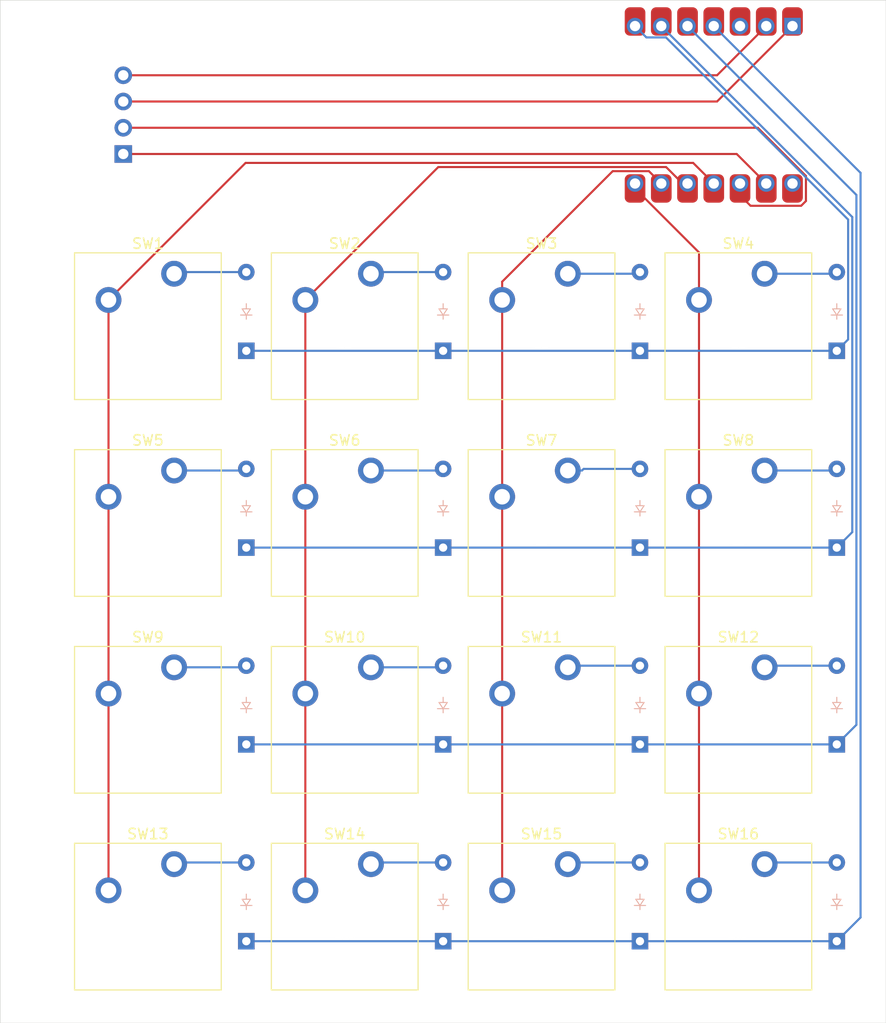
<source format=kicad_pcb>
(kicad_pcb (version 20240108) (generator "pcbnew") (generator_version "8.0")
  (layers (0 "F.Cu" signal) (31 "B.Cu" signal) (34 "B.Paste" user) (35 "F.Paste" user) (36 "B.SilkS" user "B.Silkscreen") (37 "F.SilkS" user "F.Silkscreen") (38 "B.Mask" user) (39 "F.Mask" user) (44 "Edge.Cuts" user))
  (net 0 "")
  (net 1 "row 1")
  (net 2 "Net-(D1-A)")
  (net 3 "Net-(D2-A)")
  (net 4 "Net-(D3-A)")
  (net 5 "Net-(D4-A)")
  (net 6 "row 2")
  (net 7 "Net-(D5-A)")
  (net 8 "Net-(D6-A)")
  (net 9 "Net-(D7-A)")
  (net 10 "Net-(D8-A)")
  (net 11 "Net-(D9-A)")
  (net 12 "row 3")
  (net 13 "Net-(D10-A)")
  (net 14 "Net-(D11-A)")
  (net 15 "Net-(D12-A)")
  (net 16 "row 4")
  (net 17 "Net-(D13-A)")
  (net 18 "Net-(D14-A)")
  (net 19 "Net-(D15-A)")
  (net 20 "Net-(D16-A)")
  (net 21 "SCL")
  (net 22 "SDA")
  (net 23 "col 4")
  (net 24 "col 3")
  (net 25 "col 2")
  (net 26 "col 1")
  (net 29 "gnd")
  (net 30 "vcc")
  (footprint "ScottoKeebs_MX:MX_PCB_1.00u" (layer "F.Cu") (at 152.4 76.2)
    (property "Reference" "SW5" (at 0 -8 0) (layer "F.SilkS"))
    (property "Value" "SW_Push")
    (fp_line (start -7.1 -7.1) (end -7.1 7.1) (stroke (width 0.12)) (layer "F.SilkS"))
    (fp_line (start -7.1 7.1) (end 7.1 7.1) (stroke (width 0.12)) (layer "F.SilkS"))
    (fp_line (start 7.1 -7.1) (end -7.1 -7.1) (stroke (width 0.12)) (layer "F.SilkS"))
    (fp_line (start 7.1 7.1) (end 7.1 -7.1) (stroke (width 0.12)) (layer "F.SilkS"))
    (pad "" np_thru_hole circle (at -5.08 0) (size 1.75 1.75) (drill 1.75) (layers "*.Cu" "*.Mask"))
    (pad "" np_thru_hole circle (at 0 0) (size 4 4) (drill 4) (layers "*.Cu" "*.Mask"))
    (pad "" np_thru_hole circle (at 5.08 0) (size 1.75 1.75) (drill 1.75) (layers "*.Cu" "*.Mask"))
    (pad "1" thru_hole circle (at -3.81 -2.54) (size 2.5 2.5) (drill 1.5) (layers "*.Cu" "*.Mask") (net 26 "col 1"))
    (pad "2" thru_hole circle (at 2.54 -5.08) (size 2.5 2.5) (drill 1.5) (layers "*.Cu" "*.Mask") (net 7 "Net-(D5-A)"))
  )
  (footprint "ScottoKeebs_MCU:Seeed_XIAO_RP2040" (layer "F.Cu") (at 207.16875 35.71875 -90)
    (property "Reference" "U1" (hide yes))
    (property "Value" "MCU_Seeed_XIAO_RP2040")
    (pad "1" smd roundrect (at -8.065 -7.62 270) (size 2.75 2) (layers "F.Cu" "F.Paste" "F.Mask") (net 21 "SCL"))
    (pad "1" thru_hole rect (at -7.62 -7.62) (size 1.6 1.6) (drill 1) (layers "*.Cu" "*.Mask") (net 21 "SCL"))
    (pad "2" smd roundrect (at -8.065 -5.08 270) (size 2.75 2) (layers "F.Cu" "F.Paste" "F.Mask") (net 22 "SDA"))
    (pad "2" thru_hole circle (at -7.62 -5.08) (size 1.6 1.6) (drill 1) (layers "*.Cu" "*.Mask") (net 22 "SDA"))
    (pad "3" smd roundrect (at -8.065 -2.54 270) (size 2.75 2) (layers "F.Cu" "F.Paste" "F.Mask"))
    (pad "3" thru_hole circle (at -7.62 -2.54) (size 1.6 1.6) (drill 1) (layers "*.Cu" "*.Mask"))
    (pad "4" smd roundrect (at -8.065 0 270) (size 2.75 2) (layers "F.Cu" "F.Paste" "F.Mask") (net 16 "row 4"))
    (pad "4" thru_hole circle (at -7.62 0) (size 1.6 1.6) (drill 1) (layers "*.Cu" "*.Mask") (net 16 "row 4"))
    (pad "5" smd roundrect (at -8.065 2.54 270) (size 2.75 2) (layers "F.Cu" "F.Paste" "F.Mask") (net 12 "row 3"))
    (pad "5" thru_hole circle (at -7.62 2.54) (size 1.6 1.6) (drill 1) (layers "*.Cu" "*.Mask") (net 12 "row 3"))
    (pad "6" smd roundrect (at -8.065 5.08 270) (size 2.75 2) (layers "F.Cu" "F.Paste" "F.Mask") (net 6 "row 2"))
    (pad "6" thru_hole circle (at -7.62 5.08) (size 1.6 1.6) (drill 1) (layers "*.Cu" "*.Mask") (net 6 "row 2"))
    (pad "7" smd roundrect (at -8.065 7.62 270) (size 2.75 2) (layers "F.Cu" "F.Paste" "F.Mask") (net 1 "row 1"))
    (pad "7" thru_hole circle (at -7.62 7.62) (size 1.6 1.6) (drill 1) (layers "*.Cu" "*.Mask") (net 1 "row 1"))
    (pad "8" thru_hole circle (at 7.62 7.62) (size 1.6 1.6) (drill 1) (layers "*.Cu" "*.Mask") (net 23 "col 4"))
    (pad "8" smd roundrect (at 8.1 7.62 270) (size 2.75 2) (layers "F.Cu" "F.Paste" "F.Mask") (net 23 "col 4"))
    (pad "9" thru_hole circle (at 7.62 5.08) (size 1.6 1.6) (drill 1) (layers "*.Cu" "*.Mask") (net 24 "col 3"))
    (pad "9" smd roundrect (at 8.1 5.08 270) (size 2.75 2) (layers "F.Cu" "F.Paste" "F.Mask") (net 24 "col 3"))
    (pad "10" thru_hole circle (at 7.62 2.54) (size 1.6 1.6) (drill 1) (layers "*.Cu" "*.Mask") (net 25 "col 2"))
    (pad "10" smd roundrect (at 8.1 2.54 270) (size 2.75 2) (layers "F.Cu" "F.Paste" "F.Mask") (net 25 "col 2"))
    (pad "11" thru_hole circle (at 7.62 0) (size 1.6 1.6) (drill 1) (layers "*.Cu" "*.Mask") (net 26 "col 1"))
    (pad "11" smd roundrect (at 8.1 0 270) (size 2.75 2) (layers "F.Cu" "F.Paste" "F.Mask") (net 26 "col 1"))
    (pad "12" thru_hole circle (at 7.62 -2.54) (size 1.6 1.6) (drill 1) (layers "*.Cu" "*.Mask") (net 30 "vcc"))
    (pad "12" smd roundrect (at 8.1 -2.54 270) (size 2.75 2) (layers "F.Cu" "F.Paste" "F.Mask") (net 30 "vcc"))
    (pad "13" thru_hole circle (at 7.62 -5.08) (size 1.6 1.6) (drill 1) (layers "*.Cu" "*.Mask") (net 29 "gnd"))
    (pad "13" smd roundrect (at 8.1 -5.08 270) (size 2.75 2) (layers "F.Cu" "F.Paste" "F.Mask") (net 29 "gnd"))
    (pad "14" thru_hole circle (at 7.62 -7.62) (size 1.6 1.6) (drill 1) (layers "*.Cu" "*.Mask"))
    (pad "14" smd roundrect (at 8.1 -7.62 270) (size 2.75 2) (layers "F.Cu" "F.Paste" "F.Mask"))
  )
  (footprint "ScottoKeebs_MX:MX_PCB_1.00u" (layer "F.Cu") (at 209.55 95.25)
    (property "Reference" "SW12" (at 0 -8 0) (layer "F.SilkS"))
    (property "Value" "SW_Push")
    (fp_line (start -7.1 -7.1) (end -7.1 7.1) (stroke (width 0.12)) (layer "F.SilkS"))
    (fp_line (start -7.1 7.1) (end 7.1 7.1) (stroke (width 0.12)) (layer "F.SilkS"))
    (fp_line (start 7.1 -7.1) (end -7.1 -7.1) (stroke (width 0.12)) (layer "F.SilkS"))
    (fp_line (start 7.1 7.1) (end 7.1 -7.1) (stroke (width 0.12)) (layer "F.SilkS"))
    (pad "" np_thru_hole circle (at -5.08 0) (size 1.75 1.75) (drill 1.75) (layers "*.Cu" "*.Mask"))
    (pad "" np_thru_hole circle (at 0 0) (size 4 4) (drill 4) (layers "*.Cu" "*.Mask"))
    (pad "" np_thru_hole circle (at 5.08 0) (size 1.75 1.75) (drill 1.75) (layers "*.Cu" "*.Mask"))
    (pad "1" thru_hole circle (at -3.81 -2.54) (size 2.5 2.5) (drill 1.5) (layers "*.Cu" "*.Mask") (net 23 "col 4"))
    (pad "2" thru_hole circle (at 2.54 -5.08) (size 2.5 2.5) (drill 1.5) (layers "*.Cu" "*.Mask") (net 15 "Net-(D12-A)"))
  )
  (footprint "ScottoKeebs_MX:MX_PCB_1.00u" (layer "F.Cu") (at 152.4 95.25)
    (property "Reference" "SW9" (at 0 -8 0) (layer "F.SilkS"))
    (property "Value" "SW_Push")
    (fp_line (start -7.1 -7.1) (end -7.1 7.1) (stroke (width 0.12)) (layer "F.SilkS"))
    (fp_line (start -7.1 7.1) (end 7.1 7.1) (stroke (width 0.12)) (layer "F.SilkS"))
    (fp_line (start 7.1 -7.1) (end -7.1 -7.1) (stroke (width 0.12)) (layer "F.SilkS"))
    (fp_line (start 7.1 7.1) (end 7.1 -7.1) (stroke (width 0.12)) (layer "F.SilkS"))
    (pad "" np_thru_hole circle (at -5.08 0) (size 1.75 1.75) (drill 1.75) (layers "*.Cu" "*.Mask"))
    (pad "" np_thru_hole circle (at 0 0) (size 4 4) (drill 4) (layers "*.Cu" "*.Mask"))
    (pad "" np_thru_hole circle (at 5.08 0) (size 1.75 1.75) (drill 1.75) (layers "*.Cu" "*.Mask"))
    (pad "1" thru_hole circle (at -3.81 -2.54) (size 2.5 2.5) (drill 1.5) (layers "*.Cu" "*.Mask") (net 26 "col 1"))
    (pad "2" thru_hole circle (at 2.54 -5.08) (size 2.5 2.5) (drill 1.5) (layers "*.Cu" "*.Mask") (net 11 "Net-(D9-A)"))
  )
  (footprint "ScottoKeebs_MX:MX_PCB_1.00u" (layer "F.Cu") (at 171.45 95.25)
    (property "Reference" "SW10" (at 0 -8 0) (layer "F.SilkS"))
    (property "Value" "SW_Push")
    (fp_line (start -7.1 -7.1) (end -7.1 7.1) (stroke (width 0.12)) (layer "F.SilkS"))
    (fp_line (start -7.1 7.1) (end 7.1 7.1) (stroke (width 0.12)) (layer "F.SilkS"))
    (fp_line (start 7.1 -7.1) (end -7.1 -7.1) (stroke (width 0.12)) (layer "F.SilkS"))
    (fp_line (start 7.1 7.1) (end 7.1 -7.1) (stroke (width 0.12)) (layer "F.SilkS"))
    (pad "" np_thru_hole circle (at -5.08 0) (size 1.75 1.75) (drill 1.75) (layers "*.Cu" "*.Mask"))
    (pad "" np_thru_hole circle (at 0 0) (size 4 4) (drill 4) (layers "*.Cu" "*.Mask"))
    (pad "" np_thru_hole circle (at 5.08 0) (size 1.75 1.75) (drill 1.75) (layers "*.Cu" "*.Mask"))
    (pad "1" thru_hole circle (at -3.81 -2.54) (size 2.5 2.5) (drill 1.5) (layers "*.Cu" "*.Mask") (net 25 "col 2"))
    (pad "2" thru_hole circle (at 2.54 -5.08) (size 2.5 2.5) (drill 1.5) (layers "*.Cu" "*.Mask") (net 13 "Net-(D10-A)"))
  )
  (footprint "ScottoKeebs_MX:MX_PCB_1.00u" (layer "F.Cu") (at 152.4 57.15)
    (property "Reference" "SW1" (at 0 -8 0) (layer "F.SilkS"))
    (property "Value" "SW_Push")
    (fp_line (start -7.1 -7.1) (end -7.1 7.1) (stroke (width 0.12)) (layer "F.SilkS"))
    (fp_line (start -7.1 7.1) (end 7.1 7.1) (stroke (width 0.12)) (layer "F.SilkS"))
    (fp_line (start 7.1 -7.1) (end -7.1 -7.1) (stroke (width 0.12)) (layer "F.SilkS"))
    (fp_line (start 7.1 7.1) (end 7.1 -7.1) (stroke (width 0.12)) (layer "F.SilkS"))
    (pad "" np_thru_hole circle (at -5.08 0) (size 1.75 1.75) (drill 1.75) (layers "*.Cu" "*.Mask"))
    (pad "" np_thru_hole circle (at 0 0) (size 4 4) (drill 4) (layers "*.Cu" "*.Mask"))
    (pad "" np_thru_hole circle (at 5.08 0) (size 1.75 1.75) (drill 1.75) (layers "*.Cu" "*.Mask"))
    (pad "1" thru_hole circle (at -3.81 -2.54) (size 2.5 2.5) (drill 1.5) (layers "*.Cu" "*.Mask") (net 26 "col 1"))
    (pad "2" thru_hole circle (at 2.54 -5.08) (size 2.5 2.5) (drill 1.5) (layers "*.Cu" "*.Mask") (net 2 "Net-(D1-A)"))
  )
  (footprint "ScottoKeebs_MX:MX_PCB_1.00u" (layer "F.Cu") (at 209.55 57.15)
    (property "Reference" "SW4" (at 0 -8 0) (layer "F.SilkS"))
    (property "Value" "SW_Push")
    (fp_line (start -7.1 -7.1) (end -7.1 7.1) (stroke (width 0.12)) (layer "F.SilkS"))
    (fp_line (start -7.1 7.1) (end 7.1 7.1) (stroke (width 0.12)) (layer "F.SilkS"))
    (fp_line (start 7.1 -7.1) (end -7.1 -7.1) (stroke (width 0.12)) (layer "F.SilkS"))
    (fp_line (start 7.1 7.1) (end 7.1 -7.1) (stroke (width 0.12)) (layer "F.SilkS"))
    (pad "" np_thru_hole circle (at -5.08 0) (size 1.75 1.75) (drill 1.75) (layers "*.Cu" "*.Mask"))
    (pad "" np_thru_hole circle (at 0 0) (size 4 4) (drill 4) (layers "*.Cu" "*.Mask"))
    (pad "" np_thru_hole circle (at 5.08 0) (size 1.75 1.75) (drill 1.75) (layers "*.Cu" "*.Mask"))
    (pad "1" thru_hole circle (at -3.81 -2.54) (size 2.5 2.5) (drill 1.5) (layers "*.Cu" "*.Mask") (net 23 "col 4"))
    (pad "2" thru_hole circle (at 2.54 -5.08) (size 2.5 2.5) (drill 1.5) (layers "*.Cu" "*.Mask") (net 5 "Net-(D4-A)"))
  )
  (footprint "ScottoKeebs_MX:MX_PCB_1.00u" (layer "F.Cu") (at 171.45 76.2)
    (property "Reference" "SW6" (at 0 -8 0) (layer "F.SilkS"))
    (property "Value" "SW_Push")
    (fp_line (start -7.1 -7.1) (end -7.1 7.1) (stroke (width 0.12)) (layer "F.SilkS"))
    (fp_line (start -7.1 7.1) (end 7.1 7.1) (stroke (width 0.12)) (layer "F.SilkS"))
    (fp_line (start 7.1 -7.1) (end -7.1 -7.1) (stroke (width 0.12)) (layer "F.SilkS"))
    (fp_line (start 7.1 7.1) (end 7.1 -7.1) (stroke (width 0.12)) (layer "F.SilkS"))
    (pad "" np_thru_hole circle (at -5.08 0) (size 1.75 1.75) (drill 1.75) (layers "*.Cu" "*.Mask"))
    (pad "" np_thru_hole circle (at 0 0) (size 4 4) (drill 4) (layers "*.Cu" "*.Mask"))
    (pad "" np_thru_hole circle (at 5.08 0) (size 1.75 1.75) (drill 1.75) (layers "*.Cu" "*.Mask"))
    (pad "1" thru_hole circle (at -3.81 -2.54) (size 2.5 2.5) (drill 1.5) (layers "*.Cu" "*.Mask") (net 25 "col 2"))
    (pad "2" thru_hole circle (at 2.54 -5.08) (size 2.5 2.5) (drill 1.5) (layers "*.Cu" "*.Mask") (net 8 "Net-(D6-A)"))
  )
  (footprint "ScottoKeebs_MX:MX_PCB_1.00u" (layer "F.Cu") (at 209.55 114.3)
    (property "Reference" "SW16" (at 0 -8 0) (layer "F.SilkS"))
    (property "Value" "SW_Push")
    (fp_line (start -7.1 -7.1) (end -7.1 7.1) (stroke (width 0.12)) (layer "F.SilkS"))
    (fp_line (start -7.1 7.1) (end 7.1 7.1) (stroke (width 0.12)) (layer "F.SilkS"))
    (fp_line (start 7.1 -7.1) (end -7.1 -7.1) (stroke (width 0.12)) (layer "F.SilkS"))
    (fp_line (start 7.1 7.1) (end 7.1 -7.1) (stroke (width 0.12)) (layer "F.SilkS"))
    (pad "" np_thru_hole circle (at -5.08 0) (size 1.75 1.75) (drill 1.75) (layers "*.Cu" "*.Mask"))
    (pad "" np_thru_hole circle (at 0 0) (size 4 4) (drill 4) (layers "*.Cu" "*.Mask"))
    (pad "" np_thru_hole circle (at 5.08 0) (size 1.75 1.75) (drill 1.75) (layers "*.Cu" "*.Mask"))
    (pad "1" thru_hole circle (at -3.81 -2.54) (size 2.5 2.5) (drill 1.5) (layers "*.Cu" "*.Mask") (net 23 "col 4"))
    (pad "2" thru_hole circle (at 2.54 -5.08) (size 2.5 2.5) (drill 1.5) (layers "*.Cu" "*.Mask") (net 20 "Net-(D16-A)"))
  )
  (footprint "ScottoKeebs_MX:MX_PCB_1.00u" (layer "F.Cu") (at 171.45 57.15)
    (property "Reference" "SW2" (at 0 -8 0) (layer "F.SilkS"))
    (property "Value" "SW_Push")
    (fp_line (start -7.1 -7.1) (end -7.1 7.1) (stroke (width 0.12)) (layer "F.SilkS"))
    (fp_line (start -7.1 7.1) (end 7.1 7.1) (stroke (width 0.12)) (layer "F.SilkS"))
    (fp_line (start 7.1 -7.1) (end -7.1 -7.1) (stroke (width 0.12)) (layer "F.SilkS"))
    (fp_line (start 7.1 7.1) (end 7.1 -7.1) (stroke (width 0.12)) (layer "F.SilkS"))
    (pad "" np_thru_hole circle (at -5.08 0) (size 1.75 1.75) (drill 1.75) (layers "*.Cu" "*.Mask"))
    (pad "" np_thru_hole circle (at 0 0) (size 4 4) (drill 4) (layers "*.Cu" "*.Mask"))
    (pad "" np_thru_hole circle (at 5.08 0) (size 1.75 1.75) (drill 1.75) (layers "*.Cu" "*.Mask"))
    (pad "1" thru_hole circle (at -3.81 -2.54) (size 2.5 2.5) (drill 1.5) (layers "*.Cu" "*.Mask") (net 25 "col 2"))
    (pad "2" thru_hole circle (at 2.54 -5.08) (size 2.5 2.5) (drill 1.5) (layers "*.Cu" "*.Mask") (net 3 "Net-(D2-A)"))
  )
  (footprint "ScottoKeebs_MX:MX_PCB_1.00u" (layer "F.Cu") (at 152.4 114.3)
    (property "Reference" "SW13" (at 0 -8 0) (layer "F.SilkS"))
    (property "Value" "SW_Push")
    (fp_line (start -7.1 -7.1) (end -7.1 7.1) (stroke (width 0.12)) (layer "F.SilkS"))
    (fp_line (start -7.1 7.1) (end 7.1 7.1) (stroke (width 0.12)) (layer "F.SilkS"))
    (fp_line (start 7.1 -7.1) (end -7.1 -7.1) (stroke (width 0.12)) (layer "F.SilkS"))
    (fp_line (start 7.1 7.1) (end 7.1 -7.1) (stroke (width 0.12)) (layer "F.SilkS"))
    (pad "" np_thru_hole circle (at -5.08 0) (size 1.75 1.75) (drill 1.75) (layers "*.Cu" "*.Mask"))
    (pad "" np_thru_hole circle (at 0 0) (size 4 4) (drill 4) (layers "*.Cu" "*.Mask"))
    (pad "" np_thru_hole circle (at 5.08 0) (size 1.75 1.75) (drill 1.75) (layers "*.Cu" "*.Mask"))
    (pad "1" thru_hole circle (at -3.81 -2.54) (size 2.5 2.5) (drill 1.5) (layers "*.Cu" "*.Mask") (net 26 "col 1"))
    (pad "2" thru_hole circle (at 2.54 -5.08) (size 2.5 2.5) (drill 1.5) (layers "*.Cu" "*.Mask") (net 17 "Net-(D13-A)"))
  )
  (footprint "ScottoKeebs_MX:MX_PCB_1.00u" (layer "F.Cu") (at 171.45 114.3)
    (property "Reference" "SW14" (at 0 -8 0) (layer "F.SilkS"))
    (property "Value" "SW_Push")
    (fp_line (start -7.1 -7.1) (end -7.1 7.1) (stroke (width 0.12)) (layer "F.SilkS"))
    (fp_line (start -7.1 7.1) (end 7.1 7.1) (stroke (width 0.12)) (layer "F.SilkS"))
    (fp_line (start 7.1 -7.1) (end -7.1 -7.1) (stroke (width 0.12)) (layer "F.SilkS"))
    (fp_line (start 7.1 7.1) (end 7.1 -7.1) (stroke (width 0.12)) (layer "F.SilkS"))
    (pad "" np_thru_hole circle (at -5.08 0) (size 1.75 1.75) (drill 1.75) (layers "*.Cu" "*.Mask"))
    (pad "" np_thru_hole circle (at 0 0) (size 4 4) (drill 4) (layers "*.Cu" "*.Mask"))
    (pad "" np_thru_hole circle (at 5.08 0) (size 1.75 1.75) (drill 1.75) (layers "*.Cu" "*.Mask"))
    (pad "1" thru_hole circle (at -3.81 -2.54) (size 2.5 2.5) (drill 1.5) (layers "*.Cu" "*.Mask") (net 25 "col 2"))
    (pad "2" thru_hole circle (at 2.54 -5.08) (size 2.5 2.5) (drill 1.5) (layers "*.Cu" "*.Mask") (net 18 "Net-(D14-A)"))
  )
  (footprint "ScottoKeebs_Components:OLED_128x32" (layer "F.Cu") (at 148.41875 30.68125)
    (property "Reference" "J1" (hide yes))
    (property "Value" "OLED_128x32")
    (pad "1" thru_hole rect (at 1.6 9.8 180) (size 1.7 1.7) (drill 1) (layers "*.Cu" "*.Mask") (net 29 "gnd"))
    (pad "2" thru_hole oval (at 1.6 7.26 180) (size 1.7 1.7) (drill 1) (layers "*.Cu" "*.Mask") (net 30 "vcc"))
    (pad "3" thru_hole oval (at 1.6 4.72 180) (size 1.7 1.7) (drill 1) (layers "*.Cu" "*.Mask") (net 21 "SCL"))
    (pad "4" thru_hole oval (at 1.6 2.18 180) (size 1.7 1.7) (drill 1) (layers "*.Cu" "*.Mask") (net 22 "SDA"))
  )
  (footprint "ScottoKeebs_MX:MX_PCB_1.00u" (layer "F.Cu") (at 190.5 114.3)
    (property "Reference" "SW15" (at 0 -8 0) (layer "F.SilkS"))
    (property "Value" "SW_Push")
    (fp_line (start -7.1 -7.1) (end -7.1 7.1) (stroke (width 0.12)) (layer "F.SilkS"))
    (fp_line (start -7.1 7.1) (end 7.1 7.1) (stroke (width 0.12)) (layer "F.SilkS"))
    (fp_line (start 7.1 -7.1) (end -7.1 -7.1) (stroke (width 0.12)) (layer "F.SilkS"))
    (fp_line (start 7.1 7.1) (end 7.1 -7.1) (stroke (width 0.12)) (layer "F.SilkS"))
    (pad "" np_thru_hole circle (at -5.08 0) (size 1.75 1.75) (drill 1.75) (layers "*.Cu" "*.Mask"))
    (pad "" np_thru_hole circle (at 0 0) (size 4 4) (drill 4) (layers "*.Cu" "*.Mask"))
    (pad "" np_thru_hole circle (at 5.08 0) (size 1.75 1.75) (drill 1.75) (layers "*.Cu" "*.Mask"))
    (pad "1" thru_hole circle (at -3.81 -2.54) (size 2.5 2.5) (drill 1.5) (layers "*.Cu" "*.Mask") (net 24 "col 3"))
    (pad "2" thru_hole circle (at 2.54 -5.08) (size 2.5 2.5) (drill 1.5) (layers "*.Cu" "*.Mask") (net 19 "Net-(D15-A)"))
  )
  (footprint "ScottoKeebs_MX:MX_PCB_1.00u" (layer "F.Cu") (at 190.5 76.2)
    (property "Reference" "SW7" (at 0 -8 0) (layer "F.SilkS"))
    (property "Value" "SW_Push")
    (fp_line (start -7.1 -7.1) (end -7.1 7.1) (stroke (width 0.12)) (layer "F.SilkS"))
    (fp_line (start -7.1 7.1) (end 7.1 7.1) (stroke (width 0.12)) (layer "F.SilkS"))
    (fp_line (start 7.1 -7.1) (end -7.1 -7.1) (stroke (width 0.12)) (layer "F.SilkS"))
    (fp_line (start 7.1 7.1) (end 7.1 -7.1) (stroke (width 0.12)) (layer "F.SilkS"))
    (pad "" np_thru_hole circle (at -5.08 0) (size 1.75 1.75) (drill 1.75) (layers "*.Cu" "*.Mask"))
    (pad "" np_thru_hole circle (at 0 0) (size 4 4) (drill 4) (layers "*.Cu" "*.Mask"))
    (pad "" np_thru_hole circle (at 5.08 0) (size 1.75 1.75) (drill 1.75) (layers "*.Cu" "*.Mask"))
    (pad "1" thru_hole circle (at -3.81 -2.54) (size 2.5 2.5) (drill 1.5) (layers "*.Cu" "*.Mask") (net 24 "col 3"))
    (pad "2" thru_hole circle (at 2.54 -5.08) (size 2.5 2.5) (drill 1.5) (layers "*.Cu" "*.Mask") (net 9 "Net-(D7-A)"))
  )
  (footprint "ScottoKeebs_MX:MX_PCB_1.00u" (layer "F.Cu") (at 209.55 76.2)
    (property "Reference" "SW8" (at 0 -8 0) (layer "F.SilkS"))
    (property "Value" "SW_Push")
    (fp_line (start -7.1 -7.1) (end -7.1 7.1) (stroke (width 0.12)) (layer "F.SilkS"))
    (fp_line (start -7.1 7.1) (end 7.1 7.1) (stroke (width 0.12)) (layer "F.SilkS"))
    (fp_line (start 7.1 -7.1) (end -7.1 -7.1) (stroke (width 0.12)) (layer "F.SilkS"))
    (fp_line (start 7.1 7.1) (end 7.1 -7.1) (stroke (width 0.12)) (layer "F.SilkS"))
    (pad "" np_thru_hole circle (at -5.08 0) (size 1.75 1.75) (drill 1.75) (layers "*.Cu" "*.Mask"))
    (pad "" np_thru_hole circle (at 0 0) (size 4 4) (drill 4) (layers "*.Cu" "*.Mask"))
    (pad "" np_thru_hole circle (at 5.08 0) (size 1.75 1.75) (drill 1.75) (layers "*.Cu" "*.Mask"))
    (pad "1" thru_hole circle (at -3.81 -2.54) (size 2.5 2.5) (drill 1.5) (layers "*.Cu" "*.Mask") (net 23 "col 4"))
    (pad "2" thru_hole circle (at 2.54 -5.08) (size 2.5 2.5) (drill 1.5) (layers "*.Cu" "*.Mask") (net 10 "Net-(D8-A)"))
  )
  (footprint "ScottoKeebs_MX:MX_PCB_1.00u" (layer "F.Cu") (at 190.5 57.15)
    (property "Reference" "SW3" (at 0 -8 0) (layer "F.SilkS"))
    (property "Value" "SW_Push")
    (fp_line (start -7.1 -7.1) (end -7.1 7.1) (stroke (width 0.12)) (layer "F.SilkS"))
    (fp_line (start -7.1 7.1) (end 7.1 7.1) (stroke (width 0.12)) (layer "F.SilkS"))
    (fp_line (start 7.1 -7.1) (end -7.1 -7.1) (stroke (width 0.12)) (layer "F.SilkS"))
    (fp_line (start 7.1 7.1) (end 7.1 -7.1) (stroke (width 0.12)) (layer "F.SilkS"))
    (pad "" np_thru_hole circle (at -5.08 0) (size 1.75 1.75) (drill 1.75) (layers "*.Cu" "*.Mask"))
    (pad "" np_thru_hole circle (at 0 0) (size 4 4) (drill 4) (layers "*.Cu" "*.Mask"))
    (pad "" np_thru_hole circle (at 5.08 0) (size 1.75 1.75) (drill 1.75) (layers "*.Cu" "*.Mask"))
    (pad "1" thru_hole circle (at -3.81 -2.54) (size 2.5 2.5) (drill 1.5) (layers "*.Cu" "*.Mask") (net 24 "col 3"))
    (pad "2" thru_hole circle (at 2.54 -5.08) (size 2.5 2.5) (drill 1.5) (layers "*.Cu" "*.Mask") (net 4 "Net-(D3-A)"))
  )
  (footprint "ScottoKeebs_MX:MX_PCB_1.00u" (layer "F.Cu") (at 190.5 95.25)
    (property "Reference" "SW11" (at 0 -8 0) (layer "F.SilkS"))
    (property "Value" "SW_Push")
    (fp_line (start -7.1 -7.1) (end -7.1 7.1) (stroke (width 0.12)) (layer "F.SilkS"))
    (fp_line (start -7.1 7.1) (end 7.1 7.1) (stroke (width 0.12)) (layer "F.SilkS"))
    (fp_line (start 7.1 -7.1) (end -7.1 -7.1) (stroke (width 0.12)) (layer "F.SilkS"))
    (fp_line (start 7.1 7.1) (end 7.1 -7.1) (stroke (width 0.12)) (layer "F.SilkS"))
    (pad "" np_thru_hole circle (at -5.08 0) (size 1.75 1.75) (drill 1.75) (layers "*.Cu" "*.Mask"))
    (pad "" np_thru_hole circle (at 0 0) (size 4 4) (drill 4) (layers "*.Cu" "*.Mask"))
    (pad "" np_thru_hole circle (at 5.08 0) (size 1.75 1.75) (drill 1.75) (layers "*.Cu" "*.Mask"))
    (pad "1" thru_hole circle (at -3.81 -2.54) (size 2.5 2.5) (drill 1.5) (layers "*.Cu" "*.Mask") (net 24 "col 3"))
    (pad "2" thru_hole circle (at 2.54 -5.08) (size 2.5 2.5) (drill 1.5) (layers "*.Cu" "*.Mask") (net 14 "Net-(D11-A)"))
  )
  (footprint "ScottoKeebs_Components:Diode_DO-35" (layer "B.Cu") (at 219.075 78.58125 90)
    (property "Reference" "D8" (hide yes))
    (property "Value" "1N4148" (hide yes))
    (fp_line (start 3.46 -0.55) (end 3.46 0.55) (stroke (width 0.1)) (layer "B.SilkS"))
    (fp_line (start 4.06 -0.4) (end 4.06 0.4) (stroke (width 0.1)) (layer "B.SilkS"))
    (fp_line (start 4.56 0) (end 4.06 0) (stroke (width 0.1)) (layer "B.SilkS"))
    (fp_line (start 3.46 0) (end 4.06 -0.4) (stroke (width 0.1)) (layer "B.SilkS"))
    (fp_line (start 3.46 0) (end 3.06 0) (stroke (width 0.1)) (layer "B.SilkS"))
    (fp_line (start 4.06 0.4) (end 3.46 0) (stroke (width 0.1)) (layer "B.SilkS"))
    (pad "1" thru_hole rect (at 0 0 90) (size 1.6 1.6) (drill 0.8) (layers "*.Cu" "*.Mask") (net 6 "row 2"))
    (pad "2" thru_hole oval (at 7.62 0 90) (size 1.6 1.6) (drill 0.8) (layers "*.Cu" "*.Mask") (net 10 "Net-(D8-A)"))
  )
  (footprint "ScottoKeebs_Components:Diode_DO-35" (layer "B.Cu") (at 161.925 97.63125 90)
    (property "Reference" "D9" (hide yes))
    (property "Value" "1N4148" (hide yes))
    (fp_line (start 3.46 -0.55) (end 3.46 0.55) (stroke (width 0.1)) (layer "B.SilkS"))
    (fp_line (start 4.06 -0.4) (end 4.06 0.4) (stroke (width 0.1)) (layer "B.SilkS"))
    (fp_line (start 4.56 0) (end 4.06 0) (stroke (width 0.1)) (layer "B.SilkS"))
    (fp_line (start 3.46 0) (end 4.06 -0.4) (stroke (width 0.1)) (layer "B.SilkS"))
    (fp_line (start 3.46 0) (end 3.06 0) (stroke (width 0.1)) (layer "B.SilkS"))
    (fp_line (start 4.06 0.4) (end 3.46 0) (stroke (width 0.1)) (layer "B.SilkS"))
    (pad "1" thru_hole rect (at 0 0 90) (size 1.6 1.6) (drill 0.8) (layers "*.Cu" "*.Mask") (net 12 "row 3"))
    (pad "2" thru_hole oval (at 7.62 0 90) (size 1.6 1.6) (drill 0.8) (layers "*.Cu" "*.Mask") (net 11 "Net-(D9-A)"))
  )
  (footprint "ScottoKeebs_Components:Diode_DO-35" (layer "B.Cu") (at 200.025 59.53125 90)
    (property "Reference" "D3" (hide yes))
    (property "Value" "1N4148" (hide yes))
    (fp_line (start 3.46 -0.55) (end 3.46 0.55) (stroke (width 0.1)) (layer "B.SilkS"))
    (fp_line (start 4.06 -0.4) (end 4.06 0.4) (stroke (width 0.1)) (layer "B.SilkS"))
    (fp_line (start 4.56 0) (end 4.06 0) (stroke (width 0.1)) (layer "B.SilkS"))
    (fp_line (start 3.46 0) (end 4.06 -0.4) (stroke (width 0.1)) (layer "B.SilkS"))
    (fp_line (start 3.46 0) (end 3.06 0) (stroke (width 0.1)) (layer "B.SilkS"))
    (fp_line (start 4.06 0.4) (end 3.46 0) (stroke (width 0.1)) (layer "B.SilkS"))
    (pad "1" thru_hole rect (at 0 0 90) (size 1.6 1.6) (drill 0.8) (layers "*.Cu" "*.Mask") (net 1 "row 1"))
    (pad "2" thru_hole oval (at 7.62 0 90) (size 1.6 1.6) (drill 0.8) (layers "*.Cu" "*.Mask") (net 4 "Net-(D3-A)"))
  )
  (footprint "ScottoKeebs_Components:Diode_DO-35" (layer "B.Cu") (at 161.925 59.53125 90)
    (property "Reference" "D1" (hide yes))
    (property "Value" "1N4148" (hide yes))
    (fp_line (start 3.46 -0.55) (end 3.46 0.55) (stroke (width 0.1)) (layer "B.SilkS"))
    (fp_line (start 4.06 -0.4) (end 4.06 0.4) (stroke (width 0.1)) (layer "B.SilkS"))
    (fp_line (start 4.56 0) (end 4.06 0) (stroke (width 0.1)) (layer "B.SilkS"))
    (fp_line (start 3.46 0) (end 4.06 -0.4) (stroke (width 0.1)) (layer "B.SilkS"))
    (fp_line (start 3.46 0) (end 3.06 0) (stroke (width 0.1)) (layer "B.SilkS"))
    (fp_line (start 4.06 0.4) (end 3.46 0) (stroke (width 0.1)) (layer "B.SilkS"))
    (pad "1" thru_hole rect (at 0 0 90) (size 1.6 1.6) (drill 0.8) (layers "*.Cu" "*.Mask") (net 1 "row 1"))
    (pad "2" thru_hole oval (at 7.62 0 90) (size 1.6 1.6) (drill 0.8) (layers "*.Cu" "*.Mask") (net 2 "Net-(D1-A)"))
  )
  (footprint "ScottoKeebs_Components:Diode_DO-35" (layer "B.Cu") (at 200.025 97.63125 90)
    (property "Reference" "D11" (hide yes))
    (property "Value" "1N4148" (hide yes))
    (fp_line (start 3.46 -0.55) (end 3.46 0.55) (stroke (width 0.1)) (layer "B.SilkS"))
    (fp_line (start 4.06 -0.4) (end 4.06 0.4) (stroke (width 0.1)) (layer "B.SilkS"))
    (fp_line (start 4.56 0) (end 4.06 0) (stroke (width 0.1)) (layer "B.SilkS"))
    (fp_line (start 3.46 0) (end 4.06 -0.4) (stroke (width 0.1)) (layer "B.SilkS"))
    (fp_line (start 3.46 0) (end 3.06 0) (stroke (width 0.1)) (layer "B.SilkS"))
    (fp_line (start 4.06 0.4) (end 3.46 0) (stroke (width 0.1)) (layer "B.SilkS"))
    (pad "1" thru_hole rect (at 0 0 90) (size 1.6 1.6) (drill 0.8) (layers "*.Cu" "*.Mask") (net 12 "row 3"))
    (pad "2" thru_hole oval (at 7.62 0 90) (size 1.6 1.6) (drill 0.8) (layers "*.Cu" "*.Mask") (net 14 "Net-(D11-A)"))
  )
  (footprint "ScottoKeebs_Components:Diode_DO-35" (layer "B.Cu") (at 180.975 78.58125 90)
    (property "Reference" "D6" (hide yes))
    (property "Value" "1N4148" (hide yes))
    (fp_line (start 3.46 -0.55) (end 3.46 0.55) (stroke (width 0.1)) (layer "B.SilkS"))
    (fp_line (start 4.06 -0.4) (end 4.06 0.4) (stroke (width 0.1)) (layer "B.SilkS"))
    (fp_line (start 4.56 0) (end 4.06 0) (stroke (width 0.1)) (layer "B.SilkS"))
    (fp_line (start 3.46 0) (end 4.06 -0.4) (stroke (width 0.1)) (layer "B.SilkS"))
    (fp_line (start 3.46 0) (end 3.06 0) (stroke (width 0.1)) (layer "B.SilkS"))
    (fp_line (start 4.06 0.4) (end 3.46 0) (stroke (width 0.1)) (layer "B.SilkS"))
    (pad "1" thru_hole rect (at 0 0 90) (size 1.6 1.6) (drill 0.8) (layers "*.Cu" "*.Mask") (net 6 "row 2"))
    (pad "2" thru_hole oval (at 7.62 0 90) (size 1.6 1.6) (drill 0.8) (layers "*.Cu" "*.Mask") (net 8 "Net-(D6-A)"))
  )
  (footprint "ScottoKeebs_Components:Diode_DO-35" (layer "B.Cu") (at 161.925 116.68125 90)
    (property "Reference" "D13" (hide yes))
    (property "Value" "1N4148" (hide yes))
    (fp_line (start 3.46 -0.55) (end 3.46 0.55) (stroke (width 0.1)) (layer "B.SilkS"))
    (fp_line (start 4.06 -0.4) (end 4.06 0.4) (stroke (width 0.1)) (layer "B.SilkS"))
    (fp_line (start 4.56 0) (end 4.06 0) (stroke (width 0.1)) (layer "B.SilkS"))
    (fp_line (start 3.46 0) (end 4.06 -0.4) (stroke (width 0.1)) (layer "B.SilkS"))
    (fp_line (start 3.46 0) (end 3.06 0) (stroke (width 0.1)) (layer "B.SilkS"))
    (fp_line (start 4.06 0.4) (end 3.46 0) (stroke (width 0.1)) (layer "B.SilkS"))
    (pad "1" thru_hole rect (at 0 0 90) (size 1.6 1.6) (drill 0.8) (layers "*.Cu" "*.Mask") (net 16 "row 4"))
    (pad "2" thru_hole oval (at 7.62 0 90) (size 1.6 1.6) (drill 0.8) (layers "*.Cu" "*.Mask") (net 17 "Net-(D13-A)"))
  )
  (footprint "ScottoKeebs_Components:Diode_DO-35" (layer "B.Cu") (at 200.025 116.68125 90)
    (property "Reference" "D15" (hide yes))
    (property "Value" "1N4148" (hide yes))
    (fp_line (start 3.46 -0.55) (end 3.46 0.55) (stroke (width 0.1)) (layer "B.SilkS"))
    (fp_line (start 4.06 -0.4) (end 4.06 0.4) (stroke (width 0.1)) (layer "B.SilkS"))
    (fp_line (start 4.56 0) (end 4.06 0) (stroke (width 0.1)) (layer "B.SilkS"))
    (fp_line (start 3.46 0) (end 4.06 -0.4) (stroke (width 0.1)) (layer "B.SilkS"))
    (fp_line (start 3.46 0) (end 3.06 0) (stroke (width 0.1)) (layer "B.SilkS"))
    (fp_line (start 4.06 0.4) (end 3.46 0) (stroke (width 0.1)) (layer "B.SilkS"))
    (pad "1" thru_hole rect (at 0 0 90) (size 1.6 1.6) (drill 0.8) (layers "*.Cu" "*.Mask") (net 16 "row 4"))
    (pad "2" thru_hole oval (at 7.62 0 90) (size 1.6 1.6) (drill 0.8) (layers "*.Cu" "*.Mask") (net 19 "Net-(D15-A)"))
  )
  (footprint "ScottoKeebs_Components:Diode_DO-35" (layer "B.Cu") (at 161.925 78.58125 90)
    (property "Reference" "D5" (hide yes))
    (property "Value" "1N4148" (hide yes))
    (fp_line (start 3.46 -0.55) (end 3.46 0.55) (stroke (width 0.1)) (layer "B.SilkS"))
    (fp_line (start 4.06 -0.4) (end 4.06 0.4) (stroke (width 0.1)) (layer "B.SilkS"))
    (fp_line (start 4.56 0) (end 4.06 0) (stroke (width 0.1)) (layer "B.SilkS"))
    (fp_line (start 3.46 0) (end 4.06 -0.4) (stroke (width 0.1)) (layer "B.SilkS"))
    (fp_line (start 3.46 0) (end 3.06 0) (stroke (width 0.1)) (layer "B.SilkS"))
    (fp_line (start 4.06 0.4) (end 3.46 0) (stroke (width 0.1)) (layer "B.SilkS"))
    (pad "1" thru_hole rect (at 0 0 90) (size 1.6 1.6) (drill 0.8) (layers "*.Cu" "*.Mask") (net 6 "row 2"))
    (pad "2" thru_hole oval (at 7.62 0 90) (size 1.6 1.6) (drill 0.8) (layers "*.Cu" "*.Mask") (net 7 "Net-(D5-A)"))
  )
  (footprint "ScottoKeebs_Components:Diode_DO-35" (layer "B.Cu") (at 200.025 78.58125 90)
    (property "Reference" "D7" (hide yes))
    (property "Value" "1N4148" (hide yes))
    (fp_line (start 3.46 -0.55) (end 3.46 0.55) (stroke (width 0.1)) (layer "B.SilkS"))
    (fp_line (start 4.06 -0.4) (end 4.06 0.4) (stroke (width 0.1)) (layer "B.SilkS"))
    (fp_line (start 4.56 0) (end 4.06 0) (stroke (width 0.1)) (layer "B.SilkS"))
    (fp_line (start 3.46 0) (end 4.06 -0.4) (stroke (width 0.1)) (layer "B.SilkS"))
    (fp_line (start 3.46 0) (end 3.06 0) (stroke (width 0.1)) (layer "B.SilkS"))
    (fp_line (start 4.06 0.4) (end 3.46 0) (stroke (width 0.1)) (layer "B.SilkS"))
    (pad "1" thru_hole rect (at 0 0 90) (size 1.6 1.6) (drill 0.8) (layers "*.Cu" "*.Mask") (net 6 "row 2"))
    (pad "2" thru_hole oval (at 7.62 0 90) (size 1.6 1.6) (drill 0.8) (layers "*.Cu" "*.Mask") (net 9 "Net-(D7-A)"))
  )
  (footprint "ScottoKeebs_Components:Diode_DO-35" (layer "B.Cu") (at 180.975 97.63125 90)
    (property "Reference" "D10" (hide yes))
    (property "Value" "1N4148" (hide yes))
    (fp_line (start 3.46 -0.55) (end 3.46 0.55) (stroke (width 0.1)) (layer "B.SilkS"))
    (fp_line (start 4.06 -0.4) (end 4.06 0.4) (stroke (width 0.1)) (layer "B.SilkS"))
    (fp_line (start 4.56 0) (end 4.06 0) (stroke (width 0.1)) (layer "B.SilkS"))
    (fp_line (start 3.46 0) (end 4.06 -0.4) (stroke (width 0.1)) (layer "B.SilkS"))
    (fp_line (start 3.46 0) (end 3.06 0) (stroke (width 0.1)) (layer "B.SilkS"))
    (fp_line (start 4.06 0.4) (end 3.46 0) (stroke (width 0.1)) (layer "B.SilkS"))
    (pad "1" thru_hole rect (at 0 0 90) (size 1.6 1.6) (drill 0.8) (layers "*.Cu" "*.Mask") (net 12 "row 3"))
    (pad "2" thru_hole oval (at 7.62 0 90) (size 1.6 1.6) (drill 0.8) (layers "*.Cu" "*.Mask") (net 13 "Net-(D10-A)"))
  )
  (footprint "ScottoKeebs_Components:Diode_DO-35" (layer "B.Cu") (at 219.075 116.68125 90)
    (property "Reference" "D16" (hide yes))
    (property "Value" "1N4148" (hide yes))
    (fp_line (start 3.46 -0.55) (end 3.46 0.55) (stroke (width 0.1)) (layer "B.SilkS"))
    (fp_line (start 4.06 -0.4) (end 4.06 0.4) (stroke (width 0.1)) (layer "B.SilkS"))
    (fp_line (start 4.56 0) (end 4.06 0) (stroke (width 0.1)) (layer "B.SilkS"))
    (fp_line (start 3.46 0) (end 4.06 -0.4) (stroke (width 0.1)) (layer "B.SilkS"))
    (fp_line (start 3.46 0) (end 3.06 0) (stroke (width 0.1)) (layer "B.SilkS"))
    (fp_line (start 4.06 0.4) (end 3.46 0) (stroke (width 0.1)) (layer "B.SilkS"))
    (pad "1" thru_hole rect (at 0 0 90) (size 1.6 1.6) (drill 0.8) (layers "*.Cu" "*.Mask") (net 16 "row 4"))
    (pad "2" thru_hole oval (at 7.62 0 90) (size 1.6 1.6) (drill 0.8) (layers "*.Cu" "*.Mask") (net 20 "Net-(D16-A)"))
  )
  (footprint "ScottoKeebs_Components:Diode_DO-35" (layer "B.Cu") (at 219.075 59.53125 90)
    (property "Reference" "D4" (hide yes))
    (property "Value" "1N4148" (hide yes))
    (fp_line (start 3.46 -0.55) (end 3.46 0.55) (stroke (width 0.1)) (layer "B.SilkS"))
    (fp_line (start 4.06 -0.4) (end 4.06 0.4) (stroke (width 0.1)) (layer "B.SilkS"))
    (fp_line (start 4.56 0) (end 4.06 0) (stroke (width 0.1)) (layer "B.SilkS"))
    (fp_line (start 3.46 0) (end 4.06 -0.4) (stroke (width 0.1)) (layer "B.SilkS"))
    (fp_line (start 3.46 0) (end 3.06 0) (stroke (width 0.1)) (layer "B.SilkS"))
    (fp_line (start 4.06 0.4) (end 3.46 0) (stroke (width 0.1)) (layer "B.SilkS"))
    (pad "1" thru_hole rect (at 0 0 90) (size 1.6 1.6) (drill 0.8) (layers "*.Cu" "*.Mask") (net 1 "row 1"))
    (pad "2" thru_hole oval (at 7.62 0 90) (size 1.6 1.6) (drill 0.8) (layers "*.Cu" "*.Mask") (net 5 "Net-(D4-A)"))
  )
  (footprint "ScottoKeebs_Components:Diode_DO-35" (layer "B.Cu") (at 219.075 97.63125 90)
    (property "Reference" "D12" (hide yes))
    (property "Value" "1N4148" (hide yes))
    (fp_line (start 3.46 -0.55) (end 3.46 0.55) (stroke (width 0.1)) (layer "B.SilkS"))
    (fp_line (start 4.06 -0.4) (end 4.06 0.4) (stroke (width 0.1)) (layer "B.SilkS"))
    (fp_line (start 4.56 0) (end 4.06 0) (stroke (width 0.1)) (layer "B.SilkS"))
    (fp_line (start 3.46 0) (end 4.06 -0.4) (stroke (width 0.1)) (layer "B.SilkS"))
    (fp_line (start 3.46 0) (end 3.06 0) (stroke (width 0.1)) (layer "B.SilkS"))
    (fp_line (start 4.06 0.4) (end 3.46 0) (stroke (width 0.1)) (layer "B.SilkS"))
    (pad "1" thru_hole rect (at 0 0 90) (size 1.6 1.6) (drill 0.8) (layers "*.Cu" "*.Mask") (net 12 "row 3"))
    (pad "2" thru_hole oval (at 7.62 0 90) (size 1.6 1.6) (drill 0.8) (layers "*.Cu" "*.Mask") (net 15 "Net-(D12-A)"))
  )
  (footprint "ScottoKeebs_Components:Diode_DO-35" (layer "B.Cu") (at 180.975 59.53125 90)
    (property "Reference" "D2" (hide yes))
    (property "Value" "1N4148" (hide yes))
    (fp_line (start 3.46 -0.55) (end 3.46 0.55) (stroke (width 0.1)) (layer "B.SilkS"))
    (fp_line (start 4.06 -0.4) (end 4.06 0.4) (stroke (width 0.1)) (layer "B.SilkS"))
    (fp_line (start 4.56 0) (end 4.06 0) (stroke (width 0.1)) (layer "B.SilkS"))
    (fp_line (start 3.46 0) (end 4.06 -0.4) (stroke (width 0.1)) (layer "B.SilkS"))
    (fp_line (start 3.46 0) (end 3.06 0) (stroke (width 0.1)) (layer "B.SilkS"))
    (fp_line (start 4.06 0.4) (end 3.46 0) (stroke (width 0.1)) (layer "B.SilkS"))
    (pad "1" thru_hole rect (at 0 0 90) (size 1.6 1.6) (drill 0.8) (layers "*.Cu" "*.Mask") (net 1 "row 1"))
    (pad "2" thru_hole oval (at 7.62 0 90) (size 1.6 1.6) (drill 0.8) (layers "*.Cu" "*.Mask") (net 3 "Net-(D2-A)"))
  )
  (footprint "ScottoKeebs_Components:Diode_DO-35" (layer "B.Cu") (at 180.975 116.68125 90)
    (property "Reference" "D14" (hide yes))
    (property "Value" "1N4148" (hide yes))
    (fp_line (start 3.46 -0.55) (end 3.46 0.55) (stroke (width 0.1)) (layer "B.SilkS"))
    (fp_line (start 4.06 -0.4) (end 4.06 0.4) (stroke (width 0.1)) (layer "B.SilkS"))
    (fp_line (start 4.56 0) (end 4.06 0) (stroke (width 0.1)) (layer "B.SilkS"))
    (fp_line (start 3.46 0) (end 4.06 -0.4) (stroke (width 0.1)) (layer "B.SilkS"))
    (fp_line (start 3.46 0) (end 3.06 0) (stroke (width 0.1)) (layer "B.SilkS"))
    (fp_line (start 4.06 0.4) (end 3.46 0) (stroke (width 0.1)) (layer "B.SilkS"))
    (pad "1" thru_hole rect (at 0 0 90) (size 1.6 1.6) (drill 0.8) (layers "*.Cu" "*.Mask") (net 16 "row 4"))
    (pad "2" thru_hole oval (at 7.62 0 90) (size 1.6 1.6) (drill 0.8) (layers "*.Cu" "*.Mask") (net 18 "Net-(D14-A)"))
  )
  (gr_rect (start 138.1125 25.6) (end 223.8375 124.6) (stroke (width 0.05)) (fill none) (layer "Edge.Cuts"))
  (segment (start 220.175 46.829365) (end 202.544385 29.19875) (width 0.2) (layer "B.Cu") (net 1))
  (segment (start 219.075 59.53125) (end 220.175 58.43125) (width 0.2) (layer "B.Cu") (net 1))
  (segment (start 202.544385 29.19875) (end 200.64875 29.19875) (width 0.2) (layer "B.Cu") (net 1))
  (segment (start 219.075 59.53125) (end 200.025 59.53125) (width 0.2) (layer "B.Cu") (net 1))
  (segment (start 200.025 59.53125) (end 180.975 59.53125) (width 0.2) (layer "B.Cu") (net 1))
  (segment (start 220.175 58.43125) (end 220.175 46.829365) (width 0.2) (layer "B.Cu") (net 1))
  (segment (start 180.975 59.53125) (end 161.925 59.53125) (width 0.2) (layer "B.Cu") (net 1))
  (segment (start 200.64875 29.19875) (end 199.54875 28.09875) (width 0.2) (layer "B.Cu") (net 1))
  (segment (start 161.925 51.91125) (end 155.09875 51.91125) (width 0.2) (layer "B.Cu") (net 2))
  (segment (start 155.09875 51.91125) (end 154.94 52.07) (width 0.2) (layer "B.Cu") (net 2))
  (segment (start 174.14875 51.91125) (end 173.99 52.07) (width 0.2) (layer "B.Cu") (net 3))
  (segment (start 180.975 51.91125) (end 174.14875 51.91125) (width 0.2) (layer "B.Cu") (net 3))
  (segment (start 193.04 52.07) (end 199.86625 52.07) (width 0.2) (layer "B.Cu") (net 4))
  (segment (start 199.86625 52.07) (end 200.025 51.91125) (width 0.2) (layer "B.Cu") (net 4))
  (segment (start 212.09 52.07) (end 218.91625 52.07) (width 0.2) (layer "B.Cu") (net 5))
  (segment (start 218.91625 52.07) (end 219.075 51.91125) (width 0.2) (layer "B.Cu") (net 5))
  (segment (start 180.975 78.58125) (end 200.025 78.58125) (width 0.2) (layer "B.Cu") (net 6))
  (segment (start 219.075 78.58125) (end 220.575 77.08125) (width 0.2) (layer "B.Cu") (net 6))
  (segment (start 200.025 78.58125) (end 219.075 78.58125) (width 0.2) (layer "B.Cu") (net 6))
  (segment (start 220.575 77.08125) (end 220.575 46.585) (width 0.2) (layer "B.Cu") (net 6))
  (segment (start 220.575 46.585) (end 202.08875 28.09875) (width 0.2) (layer "B.Cu") (net 6))
  (segment (start 161.925 78.58125) (end 180.975 78.58125) (width 0.2) (layer "B.Cu") (net 6))
  (segment (start 161.76625 71.12) (end 161.925 70.96125) (width 0.2) (layer "B.Cu") (net 7))
  (segment (start 154.94 71.12) (end 161.76625 71.12) (width 0.2) (layer "B.Cu") (net 7))
  (segment (start 180.81625 71.12) (end 180.975 70.96125) (width 0.2) (layer "B.Cu") (net 8))
  (segment (start 173.99 71.12) (end 180.81625 71.12) (width 0.2) (layer "B.Cu") (net 8))
  (segment (start 194.416428 71.12) (end 194.575178 70.96125) (width 0.2) (layer "B.Cu") (net 9))
  (segment (start 194.575178 70.96125) (end 200.025 70.96125) (width 0.2) (layer "B.Cu") (net 9))
  (segment (start 193.04 71.12) (end 194.416428 71.12) (width 0.2) (layer "B.Cu") (net 9))
  (segment (start 218.91625 71.12) (end 219.075 70.96125) (width 0.2) (layer "B.Cu") (net 10))
  (segment (start 212.09 71.12) (end 218.91625 71.12) (width 0.2) (layer "B.Cu") (net 10))
  (segment (start 154.94 90.17) (end 161.76625 90.17) (width 0.2) (layer "B.Cu") (net 11))
  (segment (start 161.76625 90.17) (end 161.925 90.01125) (width 0.2) (layer "B.Cu") (net 11))
  (segment (start 219.075 97.63125) (end 200.025 97.63125) (width 0.2) (layer "B.Cu") (net 12))
  (segment (start 180.975 97.63125) (end 161.925 97.63125) (width 0.2) (layer "B.Cu") (net 12))
  (segment (start 200.025 97.63125) (end 180.975 97.63125) (width 0.2) (layer "B.Cu") (net 12))
  (segment (start 220.975 95.73125) (end 220.975 44.445) (width 0.2) (layer "B.Cu") (net 12))
  (segment (start 219.075 97.63125) (end 220.975 95.73125) (width 0.2) (layer "B.Cu") (net 12))
  (segment (start 220.975 44.445) (end 204.62875 28.09875) (width 0.2) (layer "B.Cu") (net 12))
  (segment (start 173.99 90.17) (end 180.81625 90.17) (width 0.2) (layer "B.Cu") (net 13))
  (segment (start 180.81625 90.17) (end 180.975 90.01125) (width 0.2) (layer "B.Cu") (net 13))
  (segment (start 193.19875 90.01125) (end 193.04 90.17) (width 0.2) (layer "B.Cu") (net 14))
  (segment (start 200.025 90.01125) (end 193.19875 90.01125) (width 0.2) (layer "B.Cu") (net 14))
  (segment (start 212.24875 90.01125) (end 212.09 90.17) (width 0.2) (layer "B.Cu") (net 15))
  (segment (start 219.075 90.01125) (end 212.24875 90.01125) (width 0.2) (layer "B.Cu") (net 15))
  (segment (start 221.375 114.38125) (end 221.375 42.305) (width 0.2) (layer "B.Cu") (net 16))
  (segment (start 219.075 116.68125) (end 200.025 116.68125) (width 0.2) (layer "B.Cu") (net 16))
  (segment (start 161.925 116.68125) (end 180.975 116.68125) (width 0.2) (layer "B.Cu") (net 16))
  (segment (start 221.375 42.305) (end 207.16875 28.09875) (width 0.2) (layer "B.Cu") (net 16))
  (segment (start 180.975 116.68125) (end 200.025 116.68125) (width 0.2) (layer "B.Cu") (net 16))
  (segment (start 219.075 116.68125) (end 221.375 114.38125) (width 0.2) (layer "B.Cu") (net 16))
  (segment (start 155.09875 109.06125) (end 154.94 109.22) (width 0.2) (layer "B.Cu") (net 17))
  (segment (start 161.925 109.06125) (end 155.09875 109.06125) (width 0.2) (layer "B.Cu") (net 17))
  (segment (start 180.975 109.06125) (end 174.14875 109.06125) (width 0.2) (layer "B.Cu") (net 18))
  (segment (start 174.14875 109.06125) (end 173.99 109.22) (width 0.2) (layer "B.Cu") (net 18))
  (segment (start 200.025 109.06125) (end 193.19875 109.06125) (width 0.2) (layer "B.Cu") (net 19))
  (segment (start 193.19875 109.06125) (end 193.04 109.22) (width 0.2) (layer "B.Cu") (net 19))
  (segment (start 212.24875 109.06125) (end 212.09 109.22) (width 0.2) (layer "B.Cu") (net 20))
  (segment (start 219.075 109.06125) (end 212.24875 109.06125) (width 0.2) (layer "B.Cu") (net 20))
  (segment (start 214.78875 28.09875) (end 214.78875 27.65375) (width 0.2) (layer "F.Cu") (net 21))
  (segment (start 150.01875 35.40125) (end 207.48625 35.40125) (width 0.2) (layer "F.Cu") (net 21))
  (segment (start 207.48625 35.40125) (end 214.78875 28.09875) (width 0.2) (layer "F.Cu") (net 21))
  (segment (start 207.48625 32.86125) (end 150.01875 32.86125) (width 0.2) (layer "F.Cu") (net 22))
  (segment (start 212.24875 28.09875) (end 207.48625 32.86125) (width 0.2) (layer "F.Cu") (net 22))
  (segment (start 205.74 92.71) (end 205.74 73.66) (width 0.2) (layer "F.Cu") (net 23))
  (segment (start 205.74 54.61) (end 205.74 73.66) (width 0.2) (layer "F.Cu") (net 23))
  (segment (start 205.74 111.76) (end 205.74 92.71) (width 0.2) (layer "F.Cu") (net 23))
  (segment (start 205.74 50.01) (end 199.54875 43.81875) (width 0.2) (layer "F.Cu") (net 23))
  (segment (start 205.74 54.61) (end 205.74 50.01) (width 0.2) (layer "F.Cu") (net 23))
  (segment (start 186.69 111.76) (end 186.69 92.71) (width 0.2) (layer "F.Cu") (net 24))
  (segment (start 186.69 52.842234) (end 197.388484 42.14375) (width 0.2) (layer "F.Cu") (net 24))
  (segment (start 197.388484 42.14375) (end 200.89375 42.14375) (width 0.2) (layer "F.Cu") (net 24))
  (segment (start 186.69 54.61) (end 186.69 73.66) (width 0.2) (layer "F.Cu") (net 24))
  (segment (start 186.69 73.66) (end 186.69 92.71) (width 0.2) (layer "F.Cu") (net 24))
  (segment (start 186.69 54.61) (end 186.69 52.842234) (width 0.2) (layer "F.Cu") (net 24))
  (segment (start 200.89375 42.14375) (end 202.08875 43.33875) (width 0.2) (layer "F.Cu") (net 24))
  (segment (start 167.64 92.71) (end 167.64 73.66) (width 0.2) (layer "F.Cu") (net 25))
  (segment (start 202.55375 41.74375) (end 204.62875 43.81875) (width 0.2) (layer "F.Cu") (net 25))
  (segment (start 167.64 73.66) (end 167.64 54.61) (width 0.2) (layer "F.Cu") (net 25))
  (segment (start 180.50625 41.74375) (end 202.55375 41.74375) (width 0.2) (layer "F.Cu") (net 25))
  (segment (start 167.64 111.76) (end 167.64 92.71) (width 0.2) (layer "F.Cu") (net 25))
  (segment (start 167.64 54.61) (end 180.50625 41.74375) (width 0.2) (layer "F.Cu") (net 25))
  (segment (start 148.59 54.79) (end 148.6 54.8) (width 0.2) (layer "F.Cu") (net 26))
  (segment (start 148.59 73.66) (end 148.59 92.71) (width 0.2) (layer "F.Cu") (net 26))
  (segment (start 161.85625 41.34375) (end 205.17375 41.34375) (width 0.2) (layer "F.Cu") (net 26))
  (segment (start 148.59 54.81) (end 148.59 73.66) (width 0.2) (layer "F.Cu") (net 26))
  (segment (start 148.59 92.71) (end 148.59 111.76) (width 0.2) (layer "F.Cu") (net 26))
  (segment (start 148.59 54.61) (end 148.59 54.79) (width 0.2) (layer "F.Cu") (net 26))
  (segment (start 148.59 54.61) (end 161.85625 41.34375) (width 0.2) (layer "F.Cu") (net 26))
  (segment (start 205.17375 41.34375) (end 207.16875 43.33875) (width 0.2) (layer "F.Cu") (net 26))
  (segment (start 148.6 54.8) (end 148.59 54.81) (width 0.2) (layer "F.Cu") (net 26))
  (segment (start 212.24875 43.33875) (end 209.39125 40.48125) (width 0.2) (layer "F.Cu") (net 29))
  (segment (start 209.39125 40.48125) (end 150.01875 40.48125) (width 0.2) (layer "F.Cu") (net 29))
  (segment (start 216.08875 45.032392) (end 215.627392 45.49375) (width 0.2) (layer "F.Cu") (net 30))
  (segment (start 211.424892 37.94125) (end 216.08875 42.605108) (width 0.2) (layer "F.Cu") (net 30))
  (segment (start 150.01875 37.94125) (end 211.424892 37.94125) (width 0.2) (layer "F.Cu") (net 30))
  (segment (start 210.73238 45.49375) (end 209.70875 44.47012) (width 0.2) (layer "F.Cu") (net 30))
  (segment (start 215.627392 45.49375) (end 210.73238 45.49375) (width 0.2) (layer "F.Cu") (net 30))
  (segment (start 216.08875 42.605108) (end 216.08875 45.032392) (width 0.2) (layer "F.Cu") (net 30))
  (segment (start 209.70875 44.47012) (end 209.70875 43.33875) (width 0.2) (layer "F.Cu") (net 30))
)
</source>
